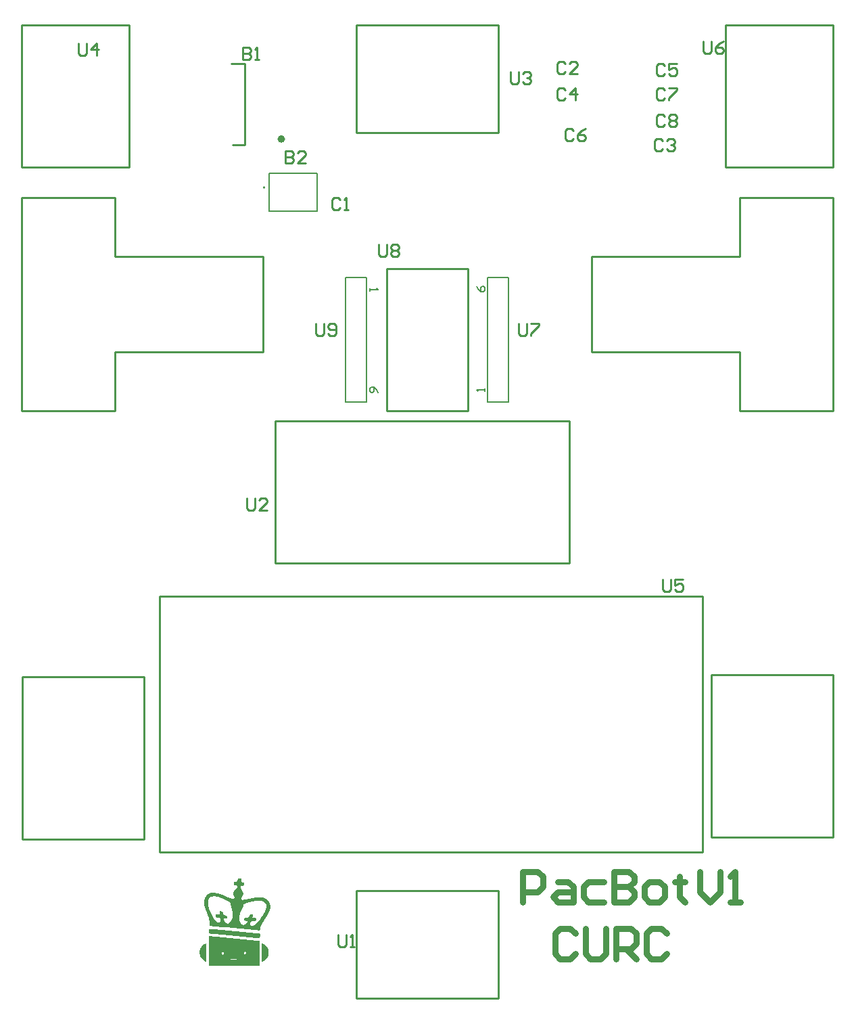
<source format=gbr>
%TF.GenerationSoftware,Altium Limited,Altium Designer,23.2.1 (34)*%
G04 Layer_Color=65535*
%FSLAX26Y26*%
%MOIN*%
%TF.SameCoordinates,C295F6C5-B72E-4061-B5E5-0E097F681155*%
%TF.FilePolarity,Positive*%
%TF.FileFunction,Legend,Top*%
%TF.Part,Single*%
G01*
G75*
%TA.AperFunction,NonConductor*%
%ADD24C,0.007874*%
%ADD25C,0.019685*%
%ADD26C,0.010000*%
%ADD27C,0.005000*%
%ADD28C,0.006000*%
%ADD29C,0.030000*%
G36*
X-916731Y583750D02*
X-915096D01*
Y578846D01*
X-911827D01*
Y577212D01*
X-903654D01*
Y575577D01*
X-902019D01*
Y562500D01*
X-903654D01*
Y560865D01*
X-905288D01*
Y559231D01*
X-918365D01*
Y546154D01*
X-916731D01*
Y542885D01*
X-915096D01*
Y539615D01*
X-913462D01*
Y537981D01*
X-911827D01*
Y534712D01*
X-910192D01*
Y531442D01*
X-908558D01*
Y526538D01*
X-906923D01*
Y515096D01*
X-908558D01*
Y510192D01*
X-910192D01*
Y508558D01*
X-911827D01*
Y505288D01*
X-913462D01*
Y503654D01*
X-915096D01*
Y502019D01*
X-916731D01*
Y495481D01*
X-915096D01*
Y493846D01*
X-913462D01*
Y492212D01*
X-911827D01*
Y490577D01*
X-903654D01*
Y492212D01*
X-893846D01*
Y493846D01*
X-885673D01*
Y495481D01*
X-877500D01*
Y497115D01*
X-869327D01*
Y498750D01*
X-861154D01*
Y500385D01*
X-851346D01*
Y502019D01*
X-836635D01*
Y503654D01*
X-810481D01*
Y502019D01*
X-803942D01*
Y500385D01*
X-800673D01*
Y498750D01*
X-797404D01*
Y497115D01*
X-794135D01*
Y495481D01*
X-790865D01*
Y493846D01*
X-789231D01*
Y492212D01*
X-787596D01*
Y490577D01*
X-785962D01*
Y488942D01*
X-784327D01*
Y487308D01*
X-782692D01*
Y485673D01*
X-781058D01*
Y484038D01*
X-779423D01*
Y480769D01*
X-777788D01*
Y477500D01*
X-776154D01*
Y472596D01*
X-774519D01*
Y466058D01*
X-772885D01*
Y448077D01*
X-774519D01*
Y441538D01*
X-776154D01*
Y436635D01*
X-777788D01*
Y431731D01*
X-779423D01*
Y428462D01*
X-781058D01*
Y425192D01*
X-782692D01*
Y421923D01*
X-784327D01*
Y418654D01*
X-785962D01*
Y415385D01*
X-787596D01*
Y413750D01*
X-789231D01*
Y410481D01*
X-790865D01*
Y408846D01*
X-792500D01*
Y405577D01*
X-794135D01*
Y402308D01*
X-795769D01*
Y400673D01*
X-797404D01*
Y397404D01*
X-799038D01*
Y395769D01*
X-800673D01*
Y392500D01*
X-802308D01*
Y390865D01*
X-803942D01*
Y387596D01*
X-805577D01*
Y384327D01*
X-807212D01*
Y382692D01*
X-808846D01*
Y379423D01*
X-810481D01*
Y376154D01*
X-812115D01*
Y372885D01*
X-813750D01*
Y369615D01*
X-815385D01*
Y366346D01*
X-817019D01*
Y363077D01*
X-818654D01*
Y359808D01*
X-820288D01*
Y356538D01*
X-821923D01*
Y351635D01*
X-823558D01*
Y341827D01*
X-825192D01*
Y340192D01*
X-835000D01*
Y341827D01*
X-852981D01*
Y343462D01*
X-869327D01*
Y345096D01*
X-885673D01*
Y346731D01*
X-902019D01*
Y348365D01*
X-920000D01*
Y350000D01*
X-937981D01*
Y351635D01*
X-954327D01*
Y353269D01*
X-972308D01*
Y354904D01*
X-990288D01*
Y356538D01*
X-1008269D01*
Y358173D01*
X-1026250D01*
Y359808D01*
X-1042596D01*
Y361442D01*
X-1058942D01*
Y363077D01*
X-1068750D01*
Y364712D01*
X-1070385D01*
Y381058D01*
X-1072019D01*
Y389231D01*
X-1073654D01*
Y395769D01*
X-1075289D01*
Y400673D01*
X-1076923D01*
Y405577D01*
X-1078558D01*
Y410481D01*
X-1080192D01*
Y413750D01*
X-1081827D01*
Y418654D01*
X-1083462D01*
Y421923D01*
X-1085096D01*
Y426827D01*
X-1086731D01*
Y431731D01*
X-1088365D01*
Y435000D01*
X-1090000D01*
Y439904D01*
X-1091635D01*
Y444808D01*
X-1093269D01*
Y449712D01*
X-1094904D01*
Y454615D01*
X-1096539D01*
Y459519D01*
X-1098173D01*
Y467692D01*
X-1099808D01*
Y487308D01*
X-1098173D01*
Y493846D01*
X-1096539D01*
Y497115D01*
X-1094904D01*
Y502019D01*
X-1093269D01*
Y503654D01*
X-1091635D01*
Y506923D01*
X-1090000D01*
Y510192D01*
X-1088365D01*
Y511827D01*
X-1086731D01*
Y513462D01*
X-1085096D01*
Y515096D01*
X-1083462D01*
Y516731D01*
X-1081827D01*
Y518365D01*
X-1078558D01*
Y520000D01*
X-1076923D01*
Y521635D01*
X-1073654D01*
Y523269D01*
X-1068750D01*
Y524904D01*
X-1040962D01*
Y523269D01*
X-1032789D01*
Y521635D01*
X-1026250D01*
Y520000D01*
X-1021346D01*
Y518365D01*
X-1016442D01*
Y516731D01*
X-1011538D01*
Y515096D01*
X-1006635D01*
Y513462D01*
X-1003365D01*
Y511827D01*
X-998462D01*
Y510192D01*
X-995192D01*
Y508558D01*
X-990288D01*
Y506923D01*
X-987019D01*
Y505288D01*
X-983750D01*
Y503654D01*
X-978846D01*
Y502019D01*
X-975577D01*
Y500385D01*
X-970673D01*
Y498750D01*
X-965769D01*
Y497115D01*
X-959231D01*
Y495481D01*
X-955962D01*
Y497115D01*
X-952692D01*
Y498750D01*
X-951058D01*
Y500385D01*
X-949423D01*
Y505288D01*
X-951058D01*
Y508558D01*
X-952692D01*
Y511827D01*
X-954327D01*
Y516731D01*
X-955962D01*
Y524904D01*
X-954327D01*
Y531442D01*
X-952692D01*
Y534712D01*
X-951058D01*
Y536346D01*
X-949423D01*
Y539615D01*
X-947788D01*
Y541250D01*
X-946154D01*
Y542885D01*
X-944519D01*
Y544519D01*
X-941250D01*
Y546154D01*
X-939615D01*
Y547788D01*
X-937981D01*
Y551058D01*
X-936346D01*
Y560865D01*
X-937981D01*
Y562500D01*
X-951058D01*
Y580481D01*
X-937981D01*
Y582115D01*
X-936346D01*
Y583750D01*
X-934712D01*
Y590288D01*
X-933077D01*
Y595192D01*
X-916731D01*
Y583750D01*
D02*
G37*
G36*
X-1050769Y345096D02*
X-1031154D01*
Y343462D01*
X-1013173D01*
Y341827D01*
X-996827D01*
Y340192D01*
X-978846D01*
Y338558D01*
X-960865D01*
Y336923D01*
X-944519D01*
Y335288D01*
X-926538D01*
Y333654D01*
X-910192D01*
Y332019D01*
X-892212D01*
Y330385D01*
X-875865D01*
Y328750D01*
X-857885D01*
Y327115D01*
X-841538D01*
Y325481D01*
X-826827D01*
Y323846D01*
X-825192D01*
Y322212D01*
X-823558D01*
Y310769D01*
X-825192D01*
Y304231D01*
X-826827D01*
Y302596D01*
X-839904D01*
Y304231D01*
X-857885D01*
Y305865D01*
X-875865D01*
Y307500D01*
X-892212D01*
Y309135D01*
X-908558D01*
Y310769D01*
X-924904D01*
Y312404D01*
X-942885D01*
Y314038D01*
X-959231D01*
Y315673D01*
X-975577D01*
Y317308D01*
X-993558D01*
Y318942D01*
X-1011538D01*
Y320577D01*
X-1029519D01*
Y322212D01*
X-1049135D01*
Y323846D01*
X-1067115D01*
Y325481D01*
X-1076923D01*
Y336923D01*
X-1075289D01*
Y346731D01*
X-1050769D01*
Y345096D01*
D02*
G37*
G36*
X-808846Y274808D02*
X-805577D01*
Y273173D01*
X-802308D01*
Y271538D01*
X-800673D01*
Y269904D01*
X-799038D01*
Y268269D01*
X-797404D01*
Y266635D01*
X-795769D01*
Y265000D01*
X-794135D01*
Y263365D01*
X-792500D01*
Y261731D01*
X-790865D01*
Y260096D01*
X-789231D01*
Y258462D01*
X-787596D01*
Y255192D01*
X-785962D01*
Y253558D01*
X-784327D01*
Y250288D01*
X-782692D01*
Y243750D01*
X-781058D01*
Y219231D01*
X-782692D01*
Y214327D01*
X-784327D01*
Y211058D01*
X-785962D01*
Y207788D01*
X-787596D01*
Y206154D01*
X-789231D01*
Y202885D01*
X-790865D01*
Y201250D01*
X-792500D01*
Y199615D01*
X-794135D01*
Y197981D01*
X-795769D01*
Y196346D01*
X-797404D01*
Y194712D01*
X-800673D01*
Y193077D01*
X-802308D01*
Y191442D01*
X-805577D01*
Y189808D01*
X-807212D01*
Y188173D01*
X-810481D01*
Y186538D01*
X-812115D01*
Y188173D01*
X-813750D01*
Y245385D01*
Y247019D01*
Y276442D01*
X-808846D01*
Y274808D01*
D02*
G37*
G36*
X-1090000Y186538D02*
X-1093269D01*
Y188173D01*
X-1094904D01*
Y189808D01*
X-1098173D01*
Y191442D01*
X-1099808D01*
Y193077D01*
X-1101442D01*
Y194712D01*
X-1103077D01*
Y196346D01*
X-1104712D01*
Y197981D01*
X-1106346D01*
Y199615D01*
X-1107981D01*
Y201250D01*
X-1109615D01*
Y202885D01*
X-1111250D01*
Y204519D01*
X-1112885D01*
Y206154D01*
X-1114519D01*
Y207788D01*
X-1116154D01*
Y211058D01*
X-1117789D01*
Y215962D01*
X-1119423D01*
Y222500D01*
X-1121058D01*
Y243750D01*
X-1119423D01*
Y248654D01*
X-1117789D01*
Y251923D01*
X-1116154D01*
Y255192D01*
X-1114519D01*
Y256827D01*
X-1112885D01*
Y260096D01*
X-1111250D01*
Y261731D01*
X-1109615D01*
Y263365D01*
X-1107981D01*
Y265000D01*
X-1106346D01*
Y266635D01*
X-1104712D01*
Y268269D01*
X-1103077D01*
Y269904D01*
X-1101442D01*
Y271538D01*
X-1098173D01*
Y273173D01*
X-1094904D01*
Y274808D01*
X-1091635D01*
Y276442D01*
X-1090000D01*
Y186538D01*
D02*
G37*
G36*
X-1073654Y312404D02*
X-1057308D01*
Y310769D01*
X-1039327D01*
Y309135D01*
X-1021346D01*
Y307500D01*
X-1003365D01*
Y305865D01*
X-987019D01*
Y304231D01*
X-970673D01*
Y302596D01*
X-954327D01*
Y300962D01*
X-937981D01*
Y299327D01*
X-921635D01*
Y297692D01*
X-905288D01*
Y296058D01*
X-888942D01*
Y294423D01*
X-870962D01*
Y292788D01*
X-854615D01*
Y291154D01*
X-838269D01*
Y289519D01*
X-826827D01*
Y287885D01*
X-825192D01*
Y166923D01*
X-1076923D01*
Y314038D01*
X-1073654D01*
Y312404D01*
D02*
G37*
%LPC*%
G36*
X-1042596Y508558D02*
X-1055673D01*
Y506923D01*
X-1063846D01*
Y505288D01*
X-1067115D01*
Y503654D01*
X-1070385D01*
Y502019D01*
X-1072019D01*
Y500385D01*
X-1073654D01*
Y498750D01*
X-1075289D01*
Y495481D01*
X-1076923D01*
Y492212D01*
X-1078558D01*
Y488942D01*
X-1080192D01*
Y464423D01*
X-1078558D01*
Y457885D01*
X-1076923D01*
Y452981D01*
X-1075289D01*
Y448077D01*
X-1073654D01*
Y443173D01*
X-1072019D01*
Y439904D01*
X-1070385D01*
Y435000D01*
X-1068750D01*
Y431731D01*
X-1067115D01*
Y428462D01*
X-1065481D01*
Y425192D01*
X-1063846D01*
Y421923D01*
X-1062212D01*
Y418654D01*
X-1060577D01*
Y415385D01*
X-1058942D01*
Y412115D01*
X-1057308D01*
Y408846D01*
X-1055673D01*
Y407212D01*
Y405577D01*
X-1054039D01*
Y403942D01*
X-1052404D01*
Y400673D01*
X-1050769D01*
Y397404D01*
X-1049135D01*
Y395769D01*
X-1047500D01*
Y394135D01*
X-1045865D01*
Y390865D01*
X-1044231D01*
Y389231D01*
X-1042596D01*
Y387596D01*
X-1040962D01*
Y385962D01*
X-1039327D01*
Y384327D01*
X-1037692D01*
Y382692D01*
X-1034423D01*
Y381058D01*
X-1031154D01*
Y379423D01*
X-1022981D01*
Y381058D01*
X-1021346D01*
Y382692D01*
X-1019712D01*
Y385962D01*
X-1018077D01*
Y395769D01*
X-1019712D01*
Y399038D01*
X-1021346D01*
Y400673D01*
X-1022981D01*
Y402308D01*
X-1036058D01*
Y403942D01*
X-1039327D01*
Y407212D01*
X-1040962D01*
Y413750D01*
X-1042596D01*
Y418654D01*
X-1021346D01*
Y420288D01*
X-1022981D01*
Y435000D01*
X-1014808D01*
Y433365D01*
X-1009904D01*
Y431731D01*
X-1008269D01*
Y430096D01*
X-1006635D01*
Y425192D01*
X-1005000D01*
Y418654D01*
X-1003365D01*
Y417019D01*
X-1001731D01*
Y415385D01*
X-995192D01*
Y413750D01*
X-988654D01*
Y412115D01*
X-987019D01*
Y410481D01*
X-985385D01*
Y400673D01*
X-987019D01*
Y399038D01*
X-1001731D01*
Y397404D01*
X-1003365D01*
Y394135D01*
X-1001731D01*
Y389231D01*
X-1000096D01*
Y385962D01*
X-998462D01*
Y384327D01*
X-996827D01*
Y382692D01*
X-995192D01*
Y381058D01*
X-993558D01*
Y379423D01*
X-991923D01*
Y377788D01*
X-988654D01*
Y376154D01*
X-985385D01*
Y374519D01*
X-978846D01*
Y376154D01*
X-975577D01*
Y377788D01*
X-973942D01*
Y379423D01*
X-972308D01*
Y381058D01*
X-970673D01*
Y382692D01*
X-969038D01*
Y384327D01*
X-967404D01*
Y387596D01*
X-965769D01*
Y389231D01*
X-964135D01*
Y392500D01*
X-962500D01*
Y395769D01*
X-960865D01*
Y400673D01*
X-959231D01*
Y412115D01*
X-957596D01*
Y420288D01*
X-959231D01*
Y435000D01*
X-960865D01*
Y443173D01*
X-962500D01*
Y451346D01*
X-964135D01*
Y456250D01*
X-965769D01*
Y464423D01*
X-967404D01*
Y472596D01*
X-969038D01*
Y477500D01*
X-970673D01*
Y479135D01*
X-973942D01*
Y480769D01*
X-975577D01*
Y482404D01*
X-978846D01*
Y484038D01*
X-982115D01*
Y485673D01*
X-985385D01*
Y487308D01*
X-988654D01*
Y488942D01*
X-991923D01*
Y490577D01*
X-995192D01*
Y492212D01*
X-998462D01*
Y493846D01*
X-1001731D01*
Y495481D01*
X-1005000D01*
Y497115D01*
X-1009904D01*
Y498750D01*
X-1013173D01*
Y500385D01*
X-1018077D01*
Y502019D01*
X-1021346D01*
Y503654D01*
X-1026250D01*
Y505288D01*
X-1032789D01*
Y506923D01*
X-1042596D01*
Y508558D01*
D02*
G37*
G36*
X-817019Y487308D02*
X-841538D01*
Y485673D01*
X-851346D01*
Y484038D01*
X-861154D01*
Y482404D01*
X-867692D01*
Y480769D01*
X-874231D01*
Y479135D01*
X-880769D01*
Y477500D01*
X-885673D01*
Y475865D01*
X-890577D01*
Y474231D01*
X-895481D01*
Y472596D01*
X-898750D01*
Y470962D01*
X-902019D01*
Y469327D01*
X-903654D01*
Y466058D01*
X-905288D01*
Y462788D01*
X-906923D01*
Y457885D01*
X-908558D01*
Y454615D01*
X-910192D01*
Y451346D01*
X-911827D01*
Y448077D01*
X-913462D01*
Y443173D01*
X-915096D01*
Y439904D01*
X-916731D01*
Y436635D01*
X-918365D01*
Y431731D01*
X-920000D01*
Y428462D01*
X-921635D01*
Y423558D01*
X-923269D01*
Y417019D01*
X-924904D01*
Y402308D01*
X-926538D01*
Y395769D01*
X-924904D01*
Y387596D01*
X-923269D01*
Y382692D01*
X-921635D01*
Y379423D01*
X-920000D01*
Y376154D01*
X-918365D01*
Y374519D01*
X-916731D01*
Y372885D01*
X-915096D01*
Y371250D01*
X-913462D01*
Y369615D01*
X-910192D01*
Y367981D01*
X-900385D01*
Y369615D01*
X-897115D01*
Y371250D01*
X-893846D01*
Y372885D01*
X-892212D01*
Y374519D01*
X-890577D01*
Y376154D01*
X-888942D01*
Y379423D01*
X-887308D01*
Y381058D01*
X-885673D01*
Y387596D01*
X-895481D01*
Y389231D01*
X-902019D01*
Y394135D01*
X-900385D01*
Y399038D01*
X-898750D01*
Y402308D01*
X-897115D01*
Y403942D01*
X-880769D01*
Y405577D01*
X-879135D01*
Y407212D01*
X-877500D01*
Y410481D01*
X-875865D01*
Y415385D01*
X-874231D01*
Y417019D01*
X-872596D01*
Y418654D01*
X-857885D01*
Y410481D01*
X-859519D01*
Y407212D01*
X-861154D01*
Y403942D01*
X-859519D01*
Y402308D01*
X-846442D01*
Y400673D01*
X-843173D01*
Y390865D01*
X-844808D01*
Y389231D01*
X-846442D01*
Y387596D01*
X-849712D01*
Y385962D01*
X-864423D01*
Y384327D01*
X-867692D01*
Y382692D01*
X-869327D01*
Y381058D01*
X-870962D01*
Y367981D01*
X-869327D01*
Y364712D01*
X-854615D01*
Y366346D01*
X-851346D01*
Y367981D01*
X-848077D01*
Y369615D01*
X-846442D01*
Y371250D01*
X-844808D01*
Y372885D01*
X-843173D01*
Y374519D01*
X-841538D01*
Y376154D01*
X-839904D01*
Y377788D01*
X-838269D01*
Y379423D01*
X-836635D01*
Y381058D01*
X-835000D01*
Y382692D01*
X-833365D01*
Y384327D01*
X-831731D01*
Y385962D01*
X-830096D01*
Y387596D01*
X-828462D01*
Y390865D01*
X-826827D01*
Y392500D01*
X-825192D01*
Y394135D01*
X-823558D01*
Y395769D01*
X-821923D01*
Y399038D01*
X-820288D01*
Y400673D01*
X-818654D01*
Y402308D01*
X-817019D01*
Y405577D01*
X-815385D01*
Y407212D01*
X-813750D01*
Y408846D01*
X-812115D01*
Y412115D01*
X-810481D01*
Y413750D01*
X-808846D01*
Y417019D01*
X-807212D01*
Y418654D01*
X-805577D01*
Y421923D01*
X-803942D01*
Y425192D01*
X-802308D01*
Y426827D01*
X-800673D01*
Y430096D01*
X-799038D01*
Y433365D01*
X-797404D01*
Y438269D01*
X-795769D01*
Y443173D01*
X-794135D01*
Y449712D01*
X-792500D01*
Y469327D01*
X-794135D01*
Y472596D01*
X-795769D01*
Y474231D01*
X-797404D01*
Y475865D01*
X-799038D01*
Y477500D01*
X-800673D01*
Y479135D01*
X-802308D01*
Y480769D01*
X-805577D01*
Y482404D01*
X-808846D01*
Y484038D01*
X-812115D01*
Y485673D01*
X-817019D01*
Y487308D01*
D02*
G37*
G36*
X-895481Y235577D02*
X-898750D01*
Y233942D01*
X-900385D01*
Y232308D01*
X-902019D01*
Y225769D01*
X-900385D01*
Y224135D01*
X-893846D01*
Y225769D01*
X-892212D01*
Y227404D01*
X-890577D01*
Y230673D01*
X-892212D01*
Y232308D01*
X-893846D01*
Y233942D01*
X-895481D01*
Y235577D01*
D02*
G37*
G36*
X-1006635Y233942D02*
X-1009904D01*
Y232308D01*
X-1011538D01*
Y229038D01*
X-1013173D01*
Y225769D01*
X-1011538D01*
Y222500D01*
X-1009904D01*
Y220865D01*
X-1006635D01*
Y222500D01*
X-1003365D01*
Y225769D01*
X-1001731D01*
Y229038D01*
X-1003365D01*
Y232308D01*
X-1006635D01*
Y233942D01*
D02*
G37*
G36*
X-939615Y201250D02*
X-965769D01*
Y199615D01*
X-967404D01*
Y197981D01*
X-965769D01*
Y196346D01*
X-937981D01*
Y199615D01*
X-939615D01*
Y201250D01*
D02*
G37*
%LPD*%
D24*
X-799409Y4000000D02*
G03*
X-799409Y4000000I-3937J0D01*
G01*
X-402953Y2944095D02*
X-297047D01*
Y3555905D01*
X-402953D02*
X-297047D01*
X-402953Y2944095D02*
Y3555905D01*
X297047D02*
X402953D01*
X297047Y2944095D02*
Y3555905D01*
Y2944095D02*
X402953D01*
Y3555905D01*
D25*
X-709961Y4238779D02*
G03*
X-709961Y4238779I-8622J0D01*
G01*
D26*
X2000000Y4100000D02*
Y4800000D01*
X1470000D02*
X2000000D01*
X1470000Y4100000D02*
Y4800000D01*
Y4100000D02*
X2000000D01*
X-750000Y2150000D02*
X700000D01*
X-750000D02*
Y2850000D01*
X700000D01*
Y2150000D02*
Y2850000D01*
X-1319094Y727756D02*
Y1987599D01*
Y727756D02*
X1358071D01*
Y1987599D01*
X-1319094D02*
X1358071D01*
X2000000Y2900000D02*
Y3950000D01*
X1540000Y2900000D02*
X2000000D01*
X1540000D02*
Y3190000D01*
X810000D02*
X1540000D01*
X810000D02*
Y3660000D01*
X1540000D01*
Y3950000D01*
X2000000D01*
X-2000000Y2900000D02*
X-1540000D01*
Y3190000D01*
X-810000D01*
Y3660000D01*
X-1540000D02*
X-810000D01*
X-1540000D02*
Y3950000D01*
X-2000000D02*
X-1540000D01*
X-2000000Y2900000D02*
Y3950000D01*
X-200000Y2900000D02*
X200000D01*
Y3600000D01*
X-200000D02*
X200000D01*
X-200000Y2900000D02*
Y3600000D01*
X-899803Y4209213D02*
Y4610787D01*
X-960236Y4209213D02*
X-899803D01*
X-964528Y4610787D02*
X-899803D01*
X2000000Y800000D02*
Y1600000D01*
X1400000D02*
X2000000D01*
X1400000Y800000D02*
Y1600000D01*
Y800000D02*
X2000000D01*
X-1395000Y790000D02*
Y1590000D01*
X-1995000D02*
X-1395000D01*
X-1995000Y790000D02*
Y1590000D01*
Y790000D02*
X-1395000D01*
X-350000Y5000D02*
X350000D01*
Y535000D01*
X-350000D02*
X350000D01*
X-350000Y5000D02*
Y535000D01*
Y4800000D02*
X350000D01*
X-350000Y4270000D02*
Y4800000D01*
Y4270000D02*
X350000D01*
Y4800000D01*
X-2000000Y4100000D02*
Y4800000D01*
Y4100000D02*
X-1470000D01*
Y4800000D01*
X-2000000D02*
X-1470000D01*
X1360000Y4719981D02*
Y4669997D01*
X1369997Y4660000D01*
X1389990D01*
X1399987Y4669997D01*
Y4719981D01*
X1459968D02*
X1439974Y4709984D01*
X1419981Y4689990D01*
Y4669997D01*
X1429977Y4660000D01*
X1449971D01*
X1459968Y4669997D01*
Y4679993D01*
X1449971Y4689990D01*
X1419981D01*
X-890000Y2469981D02*
Y2419997D01*
X-880003Y2410000D01*
X-860010D01*
X-850013Y2419997D01*
Y2469981D01*
X-790032Y2410000D02*
X-830019D01*
X-790032Y2449987D01*
Y2459984D01*
X-800029Y2469981D01*
X-820023D01*
X-830019Y2459984D01*
X-699000Y4179990D02*
Y4120010D01*
X-669009D01*
X-659012Y4130007D01*
Y4140003D01*
X-669009Y4150000D01*
X-699000D01*
X-669009D01*
X-659012Y4159997D01*
Y4169993D01*
X-669009Y4179990D01*
X-699000D01*
X-599032Y4120010D02*
X-639019D01*
X-599032Y4159997D01*
Y4169993D01*
X-609029Y4179990D01*
X-629022D01*
X-639019Y4169993D01*
X1160000Y2069981D02*
Y2019997D01*
X1169997Y2010000D01*
X1189990D01*
X1199987Y2019997D01*
Y2069981D01*
X1259968D02*
X1219981D01*
Y2039990D01*
X1239974Y2049987D01*
X1249971D01*
X1259968Y2039990D01*
Y2019997D01*
X1249971Y2010000D01*
X1229977D01*
X1219981Y2019997D01*
X-240000Y3719981D02*
Y3669997D01*
X-230003Y3660000D01*
X-210010D01*
X-200013Y3669997D01*
Y3719981D01*
X-180019Y3709984D02*
X-170023Y3719981D01*
X-150029D01*
X-140032Y3709984D01*
Y3699987D01*
X-150029Y3689990D01*
X-140032Y3679994D01*
Y3669997D01*
X-150029Y3660000D01*
X-170023D01*
X-180019Y3669997D01*
Y3679994D01*
X-170023Y3689990D01*
X-180019Y3699987D01*
Y3709984D01*
X-170023Y3689990D02*
X-150029D01*
X-909987Y4689990D02*
Y4630010D01*
X-879997D01*
X-870000Y4640007D01*
Y4650003D01*
X-879997Y4660000D01*
X-909987D01*
X-879997D01*
X-870000Y4669997D01*
Y4679993D01*
X-879997Y4689990D01*
X-909987D01*
X-850006Y4630010D02*
X-830013D01*
X-840010D01*
Y4689990D01*
X-850006Y4679993D01*
X1170003Y4599993D02*
X1160006Y4609990D01*
X1140013D01*
X1130016Y4599993D01*
Y4560007D01*
X1140013Y4550010D01*
X1160006D01*
X1170003Y4560007D01*
X1229984Y4609990D02*
X1189997D01*
Y4580000D01*
X1209990Y4589997D01*
X1219987D01*
X1229984Y4580000D01*
Y4560007D01*
X1219987Y4550010D01*
X1199994D01*
X1189997Y4560007D01*
X-549984Y3329990D02*
Y3280006D01*
X-539987Y3270010D01*
X-519994D01*
X-509997Y3280006D01*
Y3329990D01*
X-490003Y3280006D02*
X-480006Y3270010D01*
X-460013D01*
X-450016Y3280006D01*
Y3319994D01*
X-460013Y3329990D01*
X-480006D01*
X-490003Y3319994D01*
Y3309997D01*
X-480006Y3300000D01*
X-450016D01*
X-430000Y3939994D02*
X-439997Y3949990D01*
X-459990D01*
X-469987Y3939994D01*
Y3900006D01*
X-459990Y3890010D01*
X-439997D01*
X-430000Y3900006D01*
X-410006Y3890010D02*
X-390013D01*
X-400010D01*
Y3949990D01*
X-410006Y3939994D01*
X680003Y4609993D02*
X670006Y4619990D01*
X650013D01*
X640016Y4609993D01*
Y4570007D01*
X650013Y4560010D01*
X670006D01*
X680003Y4570007D01*
X739984Y4560010D02*
X699997D01*
X739984Y4599997D01*
Y4609993D01*
X729987Y4619990D01*
X709994D01*
X699997Y4609993D01*
X1160003Y4229993D02*
X1150006Y4239990D01*
X1130013D01*
X1120016Y4229993D01*
Y4190007D01*
X1130013Y4180010D01*
X1150006D01*
X1160003Y4190007D01*
X1179997Y4229993D02*
X1189994Y4239990D01*
X1209987D01*
X1219984Y4229993D01*
Y4219997D01*
X1209987Y4210000D01*
X1199990D01*
X1209987D01*
X1219984Y4200003D01*
Y4190007D01*
X1209987Y4180010D01*
X1189994D01*
X1179997Y4190007D01*
X680003Y4479993D02*
X670006Y4489990D01*
X650013D01*
X640016Y4479993D01*
Y4440007D01*
X650013Y4430010D01*
X670006D01*
X680003Y4440007D01*
X729987Y4430010D02*
Y4489990D01*
X699997Y4460000D01*
X739984D01*
X720003Y4279993D02*
X710006Y4289990D01*
X690013D01*
X680016Y4279993D01*
Y4240007D01*
X690013Y4230010D01*
X710006D01*
X720003Y4240007D01*
X779984Y4289990D02*
X759990Y4279993D01*
X739997Y4260000D01*
Y4240007D01*
X749994Y4230010D01*
X769987D01*
X779984Y4240007D01*
Y4250003D01*
X769987Y4260000D01*
X739997D01*
X1170003Y4479993D02*
X1160006Y4489990D01*
X1140013D01*
X1130016Y4479993D01*
Y4440007D01*
X1140013Y4430010D01*
X1160006D01*
X1170003Y4440007D01*
X1189997Y4489990D02*
X1229984D01*
Y4479993D01*
X1189997Y4440007D01*
Y4430010D01*
X1170003Y4349993D02*
X1160006Y4359990D01*
X1140013D01*
X1130016Y4349993D01*
Y4310007D01*
X1140013Y4300010D01*
X1160006D01*
X1170003Y4310007D01*
X1189997Y4349993D02*
X1199994Y4359990D01*
X1219987D01*
X1229984Y4349993D01*
Y4339997D01*
X1219987Y4330000D01*
X1229984Y4320003D01*
Y4310007D01*
X1219987Y4300010D01*
X1199994D01*
X1189997Y4310007D01*
Y4320003D01*
X1199994Y4330000D01*
X1189997Y4339997D01*
Y4349993D01*
X1199994Y4330000D02*
X1219987D01*
X-440000Y319981D02*
Y269997D01*
X-430003Y260000D01*
X-410010D01*
X-400013Y269997D01*
Y319981D01*
X-380019Y260000D02*
X-360026D01*
X-370023D01*
Y319981D01*
X-380019Y309984D01*
X410000Y4569981D02*
Y4519997D01*
X419997Y4510000D01*
X439990D01*
X449987Y4519997D01*
Y4569981D01*
X469981Y4559984D02*
X479977Y4569981D01*
X499971D01*
X509968Y4559984D01*
Y4549987D01*
X499971Y4539990D01*
X489974D01*
X499971D01*
X509968Y4529993D01*
Y4519997D01*
X499971Y4510000D01*
X479977D01*
X469981Y4519997D01*
X-1720000Y4709981D02*
Y4659997D01*
X-1710003Y4650000D01*
X-1690010D01*
X-1680013Y4659997D01*
Y4709981D01*
X-1630029Y4650000D02*
Y4709981D01*
X-1660019Y4679990D01*
X-1620032D01*
X450016Y3329990D02*
Y3280006D01*
X460013Y3270010D01*
X480007D01*
X490003Y3280006D01*
Y3329990D01*
X509997D02*
X549984D01*
Y3319994D01*
X509997Y3280006D01*
Y3270010D01*
D27*
X-777756Y3883858D02*
Y4068898D01*
X-541260Y3883858D02*
Y4068898D01*
X-777756D02*
X-541260D01*
X-777756Y3883858D02*
X-541260D01*
D28*
X-243084Y2988303D02*
X-249748Y3001632D01*
X-263077Y3014961D01*
X-276406D01*
X-283071Y3008296D01*
Y2994967D01*
X-276406Y2988303D01*
X-269742D01*
X-263077Y2994967D01*
Y3014961D01*
X-283071Y3504724D02*
Y3491395D01*
Y3498060D01*
X-243084D01*
X-249748Y3504724D01*
X243084Y3511697D02*
X249748Y3498368D01*
X263077Y3485039D01*
X276406D01*
X283071Y3491704D01*
Y3505033D01*
X276406Y3511697D01*
X269742D01*
X263077Y3505033D01*
Y3485039D01*
X283071Y2995276D02*
Y3008605D01*
Y3001940D01*
X243084D01*
X249748Y2995276D01*
D29*
X470000Y480000D02*
Y629952D01*
X544976D01*
X569968Y604960D01*
Y554976D01*
X544976Y529984D01*
X470000D01*
X644943Y579968D02*
X694927D01*
X719919Y554976D01*
Y480000D01*
X644943D01*
X619952Y504992D01*
X644943Y529984D01*
X719919D01*
X869871Y579968D02*
X794895D01*
X769903Y554976D01*
Y504992D01*
X794895Y480000D01*
X869871D01*
X919855Y629952D02*
Y480000D01*
X994830D01*
X1019822Y504992D01*
Y529984D01*
X994830Y554976D01*
X919855D01*
X994830D01*
X1019822Y579968D01*
Y604960D01*
X994830Y629952D01*
X919855D01*
X1094798Y480000D02*
X1144782D01*
X1169774Y504992D01*
Y554976D01*
X1144782Y579968D01*
X1094798D01*
X1069806Y554976D01*
Y504992D01*
X1094798Y480000D01*
X1244749Y604960D02*
Y579968D01*
X1219757D01*
X1269741D01*
X1244749D01*
Y504992D01*
X1269741Y480000D01*
X1344717Y629952D02*
Y529984D01*
X1394701Y480000D01*
X1444685Y529984D01*
Y629952D01*
X1494669Y480000D02*
X1544652D01*
X1519660D01*
Y629952D01*
X1494669Y604960D01*
X729968Y324960D02*
X704976Y349952D01*
X654992D01*
X630000Y324960D01*
Y224992D01*
X654992Y200000D01*
X704976D01*
X729968Y224992D01*
X779952Y349952D02*
Y224992D01*
X804943Y200000D01*
X854927D01*
X879919Y224992D01*
Y349952D01*
X929903Y200000D02*
Y349952D01*
X1004879D01*
X1029871Y324960D01*
Y274976D01*
X1004879Y249984D01*
X929903D01*
X979887D02*
X1029871Y200000D01*
X1179822Y324960D02*
X1154830Y349952D01*
X1104846D01*
X1079854Y324960D01*
Y224992D01*
X1104846Y200000D01*
X1154830D01*
X1179822Y224992D01*
%TF.MD5,fda2e7c2c26278c89c4c6c2121fad0d8*%
M02*

</source>
